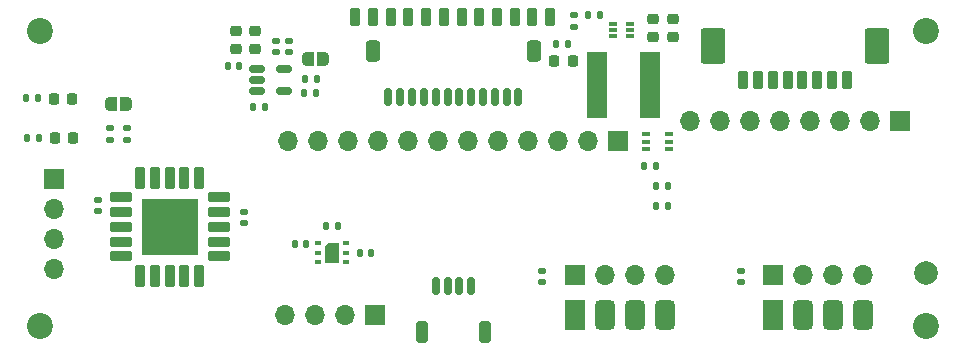
<source format=gbr>
%TF.GenerationSoftware,KiCad,Pcbnew,9.0.2*%
%TF.CreationDate,2025-06-08T01:22:44+05:30*%
%TF.ProjectId,AQEYE-SB-D1,41514559-452d-4534-922d-44312e6b6963,0.1*%
%TF.SameCoordinates,Original*%
%TF.FileFunction,Soldermask,Top*%
%TF.FilePolarity,Negative*%
%FSLAX46Y46*%
G04 Gerber Fmt 4.6, Leading zero omitted, Abs format (unit mm)*
G04 Created by KiCad (PCBNEW 9.0.2) date 2025-06-08 01:22:44*
%MOMM*%
%LPD*%
G01*
G04 APERTURE LIST*
G04 Aperture macros list*
%AMRoundRect*
0 Rectangle with rounded corners*
0 $1 Rounding radius*
0 $2 $3 $4 $5 $6 $7 $8 $9 X,Y pos of 4 corners*
0 Add a 4 corners polygon primitive as box body*
4,1,4,$2,$3,$4,$5,$6,$7,$8,$9,$2,$3,0*
0 Add four circle primitives for the rounded corners*
1,1,$1+$1,$2,$3*
1,1,$1+$1,$4,$5*
1,1,$1+$1,$6,$7*
1,1,$1+$1,$8,$9*
0 Add four rect primitives between the rounded corners*
20,1,$1+$1,$2,$3,$4,$5,0*
20,1,$1+$1,$4,$5,$6,$7,0*
20,1,$1+$1,$6,$7,$8,$9,0*
20,1,$1+$1,$8,$9,$2,$3,0*%
%AMOutline5P*
0 Free polygon, 5 corners , with rotation*
0 The origin of the aperture is its center*
0 number of corners: always 5*
0 $1 to $10 corner X, Y*
0 $11 Rotation angle, in degrees counterclockwise*
0 create outline with 5 corners*
4,1,5,$1,$2,$3,$4,$5,$6,$7,$8,$9,$10,$1,$2,$11*%
%AMOutline6P*
0 Free polygon, 6 corners , with rotation*
0 The origin of the aperture is its center*
0 number of corners: always 6*
0 $1 to $12 corner X, Y*
0 $13 Rotation angle, in degrees counterclockwise*
0 create outline with 6 corners*
4,1,6,$1,$2,$3,$4,$5,$6,$7,$8,$9,$10,$11,$12,$1,$2,$13*%
%AMOutline7P*
0 Free polygon, 7 corners , with rotation*
0 The origin of the aperture is its center*
0 number of corners: always 7*
0 $1 to $14 corner X, Y*
0 $15 Rotation angle, in degrees counterclockwise*
0 create outline with 7 corners*
4,1,7,$1,$2,$3,$4,$5,$6,$7,$8,$9,$10,$11,$12,$13,$14,$1,$2,$15*%
%AMOutline8P*
0 Free polygon, 8 corners , with rotation*
0 The origin of the aperture is its center*
0 number of corners: always 8*
0 $1 to $16 corner X, Y*
0 $17 Rotation angle, in degrees counterclockwise*
0 create outline with 8 corners*
4,1,8,$1,$2,$3,$4,$5,$6,$7,$8,$9,$10,$11,$12,$13,$14,$15,$16,$1,$2,$17*%
%AMFreePoly0*
4,1,15,-0.500000,0.200000,-0.480423,0.323607,-0.423607,0.435114,-0.335114,0.523607,-0.223607,0.580423,-0.100000,0.600000,0.500000,0.600000,0.500000,-0.600000,-0.100000,-0.600000,-0.223607,-0.580423,-0.335114,-0.523607,-0.423607,-0.435114,-0.480423,-0.323607,-0.500000,-0.200000,-0.500000,0.200000,-0.500000,0.200000,$1*%
%AMFreePoly1*
4,1,15,-0.500000,0.600000,0.100000,0.600000,0.223607,0.580423,0.335114,0.523607,0.423607,0.435114,0.480423,0.323607,0.500000,0.200000,0.500000,-0.200000,0.480423,-0.323607,0.423607,-0.435114,0.335114,-0.523607,0.223607,-0.580423,0.100000,-0.600000,-0.500000,-0.600000,-0.500000,0.600000,-0.500000,0.600000,$1*%
G04 Aperture macros list end*
%ADD10RoundRect,0.135000X0.135000X0.185000X-0.135000X0.185000X-0.135000X-0.185000X0.135000X-0.185000X0*%
%ADD11RoundRect,0.225000X0.225000X0.525000X-0.225000X0.525000X-0.225000X-0.525000X0.225000X-0.525000X0*%
%ADD12RoundRect,0.218750X-0.218750X-0.256250X0.218750X-0.256250X0.218750X0.256250X-0.218750X0.256250X0*%
%ADD13RoundRect,0.135000X0.185000X-0.135000X0.185000X0.135000X-0.185000X0.135000X-0.185000X-0.135000X0*%
%ADD14RoundRect,0.135000X-0.135000X-0.185000X0.135000X-0.185000X0.135000X0.185000X-0.135000X0.185000X0*%
%ADD15C,2.200000*%
%ADD16RoundRect,0.140000X-0.140000X-0.170000X0.140000X-0.170000X0.140000X0.170000X-0.140000X0.170000X0*%
%ADD17RoundRect,0.225000X0.250000X-0.225000X0.250000X0.225000X-0.250000X0.225000X-0.250000X-0.225000X0*%
%ADD18RoundRect,0.212500X-0.212500X0.737500X-0.212500X-0.737500X0.212500X-0.737500X0.212500X0.737500X0*%
%ADD19RoundRect,0.212500X-0.737500X0.212500X-0.737500X-0.212500X0.737500X-0.212500X0.737500X0.212500X0*%
%ADD20R,4.800000X4.800000*%
%ADD21RoundRect,0.150000X0.150000X0.625000X-0.150000X0.625000X-0.150000X-0.625000X0.150000X-0.625000X0*%
%ADD22RoundRect,0.250000X0.350000X0.650000X-0.350000X0.650000X-0.350000X-0.650000X0.350000X-0.650000X0*%
%ADD23RoundRect,0.150000X-0.512500X-0.150000X0.512500X-0.150000X0.512500X0.150000X-0.512500X0.150000X0*%
%ADD24RoundRect,0.140000X-0.170000X0.140000X-0.170000X-0.140000X0.170000X-0.140000X0.170000X0.140000X0*%
%ADD25RoundRect,0.200000X0.200000X0.600000X-0.200000X0.600000X-0.200000X-0.600000X0.200000X-0.600000X0*%
%ADD26RoundRect,0.250001X0.799999X1.249999X-0.799999X1.249999X-0.799999X-1.249999X0.799999X-1.249999X0*%
%ADD27R,0.650000X0.400000*%
%ADD28R,1.700000X1.700000*%
%ADD29O,1.700000X1.700000*%
%ADD30FreePoly0,0.000000*%
%ADD31FreePoly1,0.000000*%
%ADD32R,0.550000X0.400000*%
%ADD33Outline5P,-0.625000X0.537500X-0.312500X0.850000X0.625000X0.850000X0.625000X-0.850000X-0.625000X-0.850000X0.000000*%
%ADD34RoundRect,0.225000X0.225000X0.250000X-0.225000X0.250000X-0.225000X-0.250000X0.225000X-0.250000X0*%
%ADD35RoundRect,0.225000X-0.250000X0.225000X-0.250000X-0.225000X0.250000X-0.225000X0.250000X0.225000X0*%
%ADD36R,1.700000X5.700000*%
%ADD37R,1.700000X2.500000*%
%ADD38RoundRect,0.400000X0.450000X-0.850000X0.450000X0.850000X-0.450000X0.850000X-0.450000X-0.850000X0*%
%ADD39RoundRect,0.140000X0.170000X-0.140000X0.170000X0.140000X-0.170000X0.140000X-0.170000X-0.140000X0*%
%ADD40FreePoly0,180.000000*%
%ADD41FreePoly1,180.000000*%
%ADD42RoundRect,0.140000X0.140000X0.170000X-0.140000X0.170000X-0.140000X-0.170000X0.140000X-0.170000X0*%
%ADD43RoundRect,0.150000X-0.150000X-0.625000X0.150000X-0.625000X0.150000X0.625000X-0.150000X0.625000X0*%
%ADD44RoundRect,0.208333X-0.291667X-0.691667X0.291667X-0.691667X0.291667X0.691667X-0.291667X0.691667X0*%
%ADD45C,2.000000*%
%ADD46R,0.700000X0.340000*%
G04 APERTURE END LIST*
D10*
X25854999Y22290000D03*
X24835001Y22290000D03*
D11*
X39665152Y28655001D03*
D12*
X3627500Y21775000D03*
X5202500Y21775000D03*
D11*
X44163788Y28655001D03*
D13*
X8385000Y18295001D03*
X8385000Y19314999D03*
D14*
X48845001Y28875000D03*
X49864999Y28875000D03*
D15*
X77500000Y2500000D03*
X77500000Y27500000D03*
D11*
X45663333Y28655001D03*
D16*
X29525000Y8745000D03*
X30485000Y8745000D03*
D14*
X24905001Y23415000D03*
X25924999Y23415000D03*
D13*
X9875000Y18295001D03*
X9875000Y19314999D03*
D17*
X20655000Y25970000D03*
X20655000Y27520000D03*
D18*
X15942500Y15067500D03*
X14692500Y15067500D03*
X13442500Y15067500D03*
X12192500Y15067500D03*
X10942500Y15067500D03*
D19*
X9292500Y13417500D03*
X9292500Y12167500D03*
X9292500Y10917500D03*
X9292500Y9667500D03*
X9292500Y8417500D03*
D18*
X10942500Y6767500D03*
X12192500Y6767500D03*
X13442500Y6767500D03*
X14692500Y6767500D03*
X15942500Y6767500D03*
D19*
X17592500Y8417500D03*
X17592500Y9667500D03*
X17592500Y10917500D03*
X17592500Y12167500D03*
X17592500Y13417500D03*
D20*
X13442500Y10917500D03*
D21*
X42975000Y21905000D03*
X41975000Y21905000D03*
X40975000Y21905000D03*
X39975000Y21905000D03*
X38975000Y21905000D03*
X37975000Y21905000D03*
X36975000Y21905000D03*
X35975000Y21905000D03*
X34975000Y21905000D03*
X33975000Y21905000D03*
X32975000Y21905000D03*
X31975000Y21905000D03*
D22*
X44275000Y25780000D03*
X30675000Y25780000D03*
D14*
X1295000Y21795000D03*
X2315000Y21795000D03*
D11*
X36666061Y28655001D03*
D23*
X20837500Y24313000D03*
X20837500Y23363000D03*
X20837500Y22413000D03*
X23112500Y22413000D03*
X23112500Y24313000D03*
D24*
X19775000Y12171250D03*
X19775000Y11211250D03*
D25*
X70770000Y23375000D03*
X69520000Y23375000D03*
X68270000Y23375000D03*
X67020000Y23375000D03*
X65770000Y23375000D03*
X64520000Y23375000D03*
X63270000Y23375000D03*
X62020000Y23375000D03*
D26*
X73320000Y26275000D03*
X59470000Y26275000D03*
D11*
X35166515Y28655001D03*
X33666970Y28655001D03*
X42664242Y28655001D03*
D27*
X53795000Y18785000D03*
X53795000Y18135000D03*
X53795000Y17485000D03*
X55695000Y17485000D03*
X55695000Y18135000D03*
X55695000Y18785000D03*
D28*
X47742500Y6824999D03*
D29*
X50282500Y6824999D03*
X52822499Y6824999D03*
X55362500Y6824999D03*
D30*
X8455001Y21345000D03*
D31*
X9754999Y21345000D03*
D32*
X26040000Y9542500D03*
X26040000Y8742500D03*
X26040000Y7942500D03*
X28340000Y7942500D03*
X28340000Y8742500D03*
X28340000Y9542500D03*
D33*
X27190000Y8742500D03*
D34*
X47570000Y24955000D03*
X46020000Y24955000D03*
D11*
X38165606Y28655001D03*
D10*
X55604999Y12725001D03*
X54585001Y12725001D03*
D15*
X2500000Y2500000D03*
D35*
X54405000Y28560001D03*
X54405000Y27010001D03*
D36*
X49610001Y22920000D03*
X54110001Y22920000D03*
D37*
X64550000Y3424999D03*
D38*
X67090000Y3424999D03*
X69630000Y3424999D03*
X72170000Y3424999D03*
D39*
X61815000Y6225000D03*
X61815000Y7185000D03*
D10*
X54654999Y16035000D03*
X53635001Y16035000D03*
D16*
X24025000Y9505000D03*
X24985000Y9505000D03*
D13*
X47715000Y27845000D03*
X47715000Y28864998D03*
D40*
X26444999Y25155000D03*
D41*
X25145001Y25155000D03*
D14*
X1405000Y18475000D03*
X2425000Y18475000D03*
D39*
X23565000Y25695000D03*
X23565000Y26655000D03*
D12*
X3727500Y18485000D03*
X5302500Y18485000D03*
D11*
X29168334Y28655001D03*
D10*
X55604999Y14415000D03*
X54585001Y14415000D03*
D11*
X30667879Y28655001D03*
D14*
X20505001Y21095000D03*
X21524999Y21095000D03*
D42*
X19335000Y24515000D03*
X18375000Y24515000D03*
D35*
X56095000Y28560000D03*
X56095000Y27010000D03*
D28*
X64542500Y6824999D03*
D29*
X67082500Y6824999D03*
X69622499Y6824999D03*
X72162500Y6824999D03*
D11*
X32167425Y28655001D03*
X41164697Y28655001D03*
D10*
X27704999Y10995000D03*
X26685001Y10995000D03*
D39*
X44985000Y6225000D03*
X44985000Y7185000D03*
D10*
X47154999Y26405000D03*
X46135001Y26405000D03*
D15*
X2500000Y27500000D03*
D39*
X7385000Y12254999D03*
X7385000Y13214999D03*
D28*
X75270000Y19925000D03*
D29*
X72730000Y19925000D03*
X70190001Y19925000D03*
X67650000Y19925000D03*
X65110000Y19925000D03*
X62570000Y19925000D03*
X60030000Y19925000D03*
X57489999Y19925000D03*
D28*
X51450000Y18175000D03*
D29*
X48910000Y18175000D03*
X46370001Y18175000D03*
X43830000Y18175000D03*
X41290000Y18175000D03*
X38750000Y18175000D03*
X36210000Y18175000D03*
X33669999Y18175000D03*
X31130000Y18175000D03*
X28590000Y18175000D03*
X26050000Y18175000D03*
X23510001Y18175000D03*
D43*
X35975000Y5895000D03*
X36975000Y5895000D03*
X37975000Y5895000D03*
X38975000Y5895000D03*
D44*
X34775000Y2020000D03*
X40175000Y2020000D03*
D28*
X30875000Y3424999D03*
D29*
X28335000Y3424999D03*
X25795001Y3424999D03*
X23255000Y3424999D03*
D39*
X22495000Y25695000D03*
X22495000Y26655000D03*
D17*
X19084999Y25970000D03*
X19084999Y27520000D03*
D45*
X77500000Y7000000D03*
D37*
X47750000Y3424999D03*
D38*
X50290000Y3424999D03*
X52830000Y3424999D03*
X55370000Y3424999D03*
D28*
X3625000Y14975000D03*
D29*
X3625000Y12435000D03*
X3625000Y9895001D03*
X3625000Y7355000D03*
D46*
X50945000Y28085000D03*
X50945000Y27585000D03*
X50945000Y27085000D03*
X52445000Y27085000D03*
X52445000Y27585000D03*
X52445000Y28085000D03*
M02*

</source>
